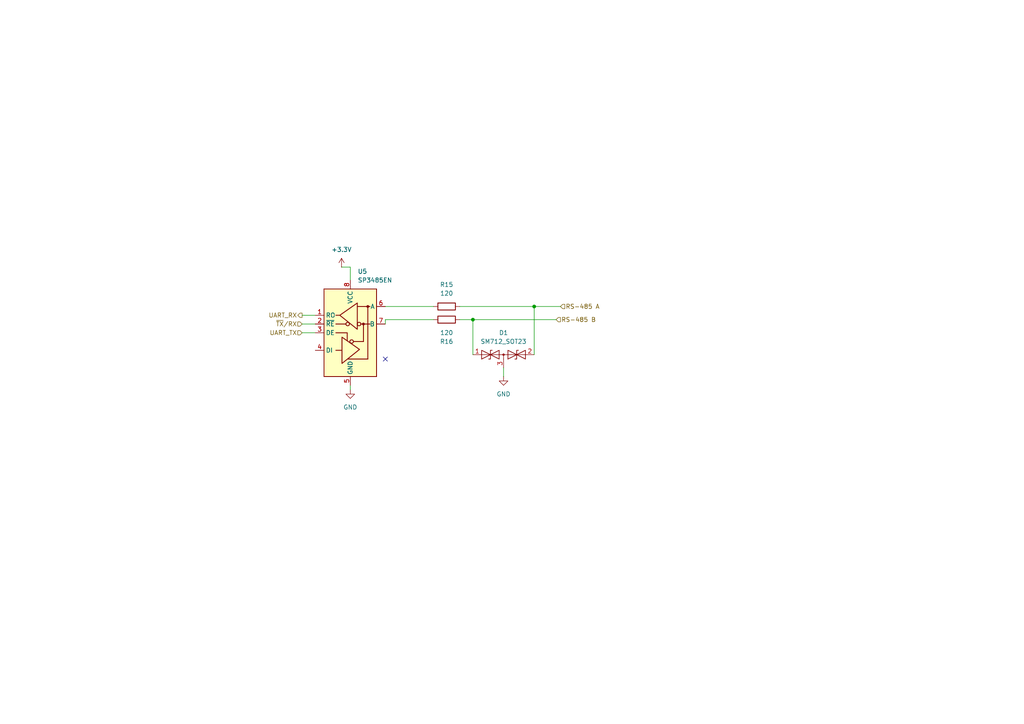
<source format=kicad_sch>
(kicad_sch
	(version 20250114)
	(generator "eeschema")
	(generator_version "9.0")
	(uuid "bbdae37f-9e9c-4405-871e-129524e36cb7")
	(paper "A4")
	(lib_symbols
		(symbol "Device:R"
			(pin_numbers
				(hide yes)
			)
			(pin_names
				(offset 0)
			)
			(exclude_from_sim no)
			(in_bom yes)
			(on_board yes)
			(property "Reference" "R"
				(at 2.032 0 90)
				(effects
					(font
						(size 1.27 1.27)
					)
				)
			)
			(property "Value" "R"
				(at 0 0 90)
				(effects
					(font
						(size 1.27 1.27)
					)
				)
			)
			(property "Footprint" ""
				(at -1.778 0 90)
				(effects
					(font
						(size 1.27 1.27)
					)
					(hide yes)
				)
			)
			(property "Datasheet" "~"
				(at 0 0 0)
				(effects
					(font
						(size 1.27 1.27)
					)
					(hide yes)
				)
			)
			(property "Description" "Resistor"
				(at 0 0 0)
				(effects
					(font
						(size 1.27 1.27)
					)
					(hide yes)
				)
			)
			(property "ki_keywords" "R res resistor"
				(at 0 0 0)
				(effects
					(font
						(size 1.27 1.27)
					)
					(hide yes)
				)
			)
			(property "ki_fp_filters" "R_*"
				(at 0 0 0)
				(effects
					(font
						(size 1.27 1.27)
					)
					(hide yes)
				)
			)
			(symbol "R_0_1"
				(rectangle
					(start -1.016 -2.54)
					(end 1.016 2.54)
					(stroke
						(width 0.254)
						(type default)
					)
					(fill
						(type none)
					)
				)
			)
			(symbol "R_1_1"
				(pin passive line
					(at 0 3.81 270)
					(length 1.27)
					(name "~"
						(effects
							(font
								(size 1.27 1.27)
							)
						)
					)
					(number "1"
						(effects
							(font
								(size 1.27 1.27)
							)
						)
					)
				)
				(pin passive line
					(at 0 -3.81 90)
					(length 1.27)
					(name "~"
						(effects
							(font
								(size 1.27 1.27)
							)
						)
					)
					(number "2"
						(effects
							(font
								(size 1.27 1.27)
							)
						)
					)
				)
			)
			(embedded_fonts no)
		)
		(symbol "Diode:SM712_SOT23"
			(pin_names
				(offset 1.016)
				(hide yes)
			)
			(exclude_from_sim no)
			(in_bom yes)
			(on_board yes)
			(property "Reference" "D"
				(at 0 4.445 0)
				(effects
					(font
						(size 1.27 1.27)
					)
				)
			)
			(property "Value" "SM712_SOT23"
				(at 0 2.54 0)
				(effects
					(font
						(size 1.27 1.27)
					)
				)
			)
			(property "Footprint" "Package_TO_SOT_SMD:SOT-23"
				(at 0 -8.89 0)
				(effects
					(font
						(size 1.27 1.27)
					)
					(hide yes)
				)
			)
			(property "Datasheet" "https://www.littelfuse.com/~/media/electronics/datasheets/tvs_diode_arrays/littelfuse_tvs_diode_array_sm712_datasheet.pdf.pdf"
				(at -3.81 0 0)
				(effects
					(font
						(size 1.27 1.27)
					)
					(hide yes)
				)
			)
			(property "Description" "7V/12V, 600W Asymmetrical TVS Diode Array, SOT-23"
				(at 0 0 0)
				(effects
					(font
						(size 1.27 1.27)
					)
					(hide yes)
				)
			)
			(property "ki_keywords" "transient voltage suppressor thyrector transil"
				(at 0 0 0)
				(effects
					(font
						(size 1.27 1.27)
					)
					(hide yes)
				)
			)
			(property "ki_fp_filters" "SOT?23*"
				(at 0 0 0)
				(effects
					(font
						(size 1.27 1.27)
					)
					(hide yes)
				)
			)
			(symbol "SM712_SOT23_0_0"
				(polyline
					(pts
						(xy 0 -1.27) (xy 0 0)
					)
					(stroke
						(width 0)
						(type default)
					)
					(fill
						(type none)
					)
				)
			)
			(symbol "SM712_SOT23_0_1"
				(polyline
					(pts
						(xy -6.35 0) (xy 6.35 0)
					)
					(stroke
						(width 0)
						(type default)
					)
					(fill
						(type none)
					)
				)
				(polyline
					(pts
						(xy -6.35 -1.27) (xy -1.27 1.27) (xy -1.27 -1.27) (xy -6.35 1.27) (xy -6.35 -1.27)
					)
					(stroke
						(width 0.2032)
						(type default)
					)
					(fill
						(type none)
					)
				)
				(polyline
					(pts
						(xy -3.302 1.27) (xy -3.81 1.27) (xy -3.81 -1.27) (xy -4.318 -1.27)
					)
					(stroke
						(width 0.2032)
						(type default)
					)
					(fill
						(type none)
					)
				)
				(circle
					(center 0 0)
					(radius 0.254)
					(stroke
						(width 0)
						(type default)
					)
					(fill
						(type outline)
					)
				)
				(polyline
					(pts
						(xy 1.27 -1.27) (xy 1.27 1.27) (xy 6.35 -1.27) (xy 6.35 1.27) (xy 1.27 -1.27)
					)
					(stroke
						(width 0.2032)
						(type default)
					)
					(fill
						(type none)
					)
				)
				(polyline
					(pts
						(xy 4.318 1.27) (xy 3.81 1.27) (xy 3.81 -1.27) (xy 3.302 -1.27)
					)
					(stroke
						(width 0.2032)
						(type default)
					)
					(fill
						(type none)
					)
				)
			)
			(symbol "SM712_SOT23_1_1"
				(pin passive line
					(at -8.89 0 0)
					(length 2.54)
					(name "A1"
						(effects
							(font
								(size 1.27 1.27)
							)
						)
					)
					(number "1"
						(effects
							(font
								(size 1.27 1.27)
							)
						)
					)
				)
				(pin input line
					(at 0 -3.81 90)
					(length 2.54)
					(name "common"
						(effects
							(font
								(size 1.27 1.27)
							)
						)
					)
					(number "3"
						(effects
							(font
								(size 1.27 1.27)
							)
						)
					)
				)
				(pin passive line
					(at 8.89 0 180)
					(length 2.54)
					(name "A2"
						(effects
							(font
								(size 1.27 1.27)
							)
						)
					)
					(number "2"
						(effects
							(font
								(size 1.27 1.27)
							)
						)
					)
				)
			)
			(embedded_fonts no)
		)
		(symbol "Interface_UART:SP3485EN"
			(exclude_from_sim no)
			(in_bom yes)
			(on_board yes)
			(property "Reference" "U"
				(at -7.62 13.97 0)
				(effects
					(font
						(size 1.27 1.27)
					)
					(justify left)
				)
			)
			(property "Value" "SP3485EN"
				(at 1.905 13.97 0)
				(effects
					(font
						(size 1.27 1.27)
					)
					(justify left)
				)
			)
			(property "Footprint" "Package_SO:SOIC-8_3.9x4.9mm_P1.27mm"
				(at 26.67 -8.89 0)
				(effects
					(font
						(size 1.27 1.27)
						(italic yes)
					)
					(hide yes)
				)
			)
			(property "Datasheet" "http://www.icbase.com/pdf/SPX/SPX00480106.pdf"
				(at 0 0 0)
				(effects
					(font
						(size 1.27 1.27)
					)
					(hide yes)
				)
			)
			(property "Description" "Industrial 3.3V Low Power Half-Duplex RS-485 Transceiver 10Mbps, SOIC-8"
				(at 0 0 0)
				(effects
					(font
						(size 1.27 1.27)
					)
					(hide yes)
				)
			)
			(property "ki_keywords" "Low Power Half-Duplex RS-485 Transceiver 10Mbps"
				(at 0 0 0)
				(effects
					(font
						(size 1.27 1.27)
					)
					(hide yes)
				)
			)
			(property "ki_fp_filters" "SOIC*3.9x4.9mm*P1.27mm*"
				(at 0 0 0)
				(effects
					(font
						(size 1.27 1.27)
					)
					(hide yes)
				)
			)
			(symbol "SP3485EN_0_1"
				(rectangle
					(start -7.62 12.7)
					(end 7.62 -12.7)
					(stroke
						(width 0.254)
						(type default)
					)
					(fill
						(type background)
					)
				)
				(polyline
					(pts
						(xy -4.191 2.54) (xy -1.27 2.54)
					)
					(stroke
						(width 0.254)
						(type default)
					)
					(fill
						(type none)
					)
				)
				(polyline
					(pts
						(xy -4.191 0) (xy -0.889 0) (xy -0.889 -2.286)
					)
					(stroke
						(width 0.254)
						(type default)
					)
					(fill
						(type none)
					)
				)
				(polyline
					(pts
						(xy -3.175 5.08) (xy -4.191 5.08) (xy -4.064 5.08)
					)
					(stroke
						(width 0.254)
						(type default)
					)
					(fill
						(type none)
					)
				)
				(polyline
					(pts
						(xy -2.54 -5.08) (xy -4.191 -5.08)
					)
					(stroke
						(width 0.254)
						(type default)
					)
					(fill
						(type none)
					)
				)
				(polyline
					(pts
						(xy -2.413 -5.08) (xy -2.413 -1.27) (xy 2.667 -4.826) (xy -2.413 -8.89) (xy -2.413 -5.08)
					)
					(stroke
						(width 0.254)
						(type default)
					)
					(fill
						(type none)
					)
				)
				(polyline
					(pts
						(xy -0.635 -7.62) (xy 5.08 -7.62)
					)
					(stroke
						(width 0.254)
						(type default)
					)
					(fill
						(type none)
					)
				)
				(circle
					(center 0.381 -2.54)
					(radius 0.508)
					(stroke
						(width 0.254)
						(type default)
					)
					(fill
						(type none)
					)
				)
				(polyline
					(pts
						(xy 0.889 -2.54) (xy 3.81 -2.54)
					)
					(stroke
						(width 0.254)
						(type default)
					)
					(fill
						(type none)
					)
				)
				(polyline
					(pts
						(xy 2.032 7.62) (xy 5.715 7.62)
					)
					(stroke
						(width 0.254)
						(type default)
					)
					(fill
						(type none)
					)
				)
				(polyline
					(pts
						(xy 3.048 2.54) (xy 5.715 2.54)
					)
					(stroke
						(width 0.254)
						(type default)
					)
					(fill
						(type none)
					)
				)
				(circle
					(center 3.81 2.54)
					(radius 0.2794)
					(stroke
						(width 0.254)
						(type default)
					)
					(fill
						(type outline)
					)
				)
				(polyline
					(pts
						(xy 3.81 -2.54) (xy 3.81 2.54)
					)
					(stroke
						(width 0.254)
						(type default)
					)
					(fill
						(type none)
					)
				)
				(polyline
					(pts
						(xy 5.08 -7.62) (xy 5.08 7.62)
					)
					(stroke
						(width 0.254)
						(type default)
					)
					(fill
						(type none)
					)
				)
			)
			(symbol "SP3485EN_1_1"
				(circle
					(center -0.762 2.54)
					(radius 0.508)
					(stroke
						(width 0.254)
						(type default)
					)
					(fill
						(type none)
					)
				)
				(polyline
					(pts
						(xy 2.032 4.826) (xy 2.032 8.636) (xy -3.048 5.08) (xy 2.032 1.016) (xy 2.032 4.826)
					)
					(stroke
						(width 0.254)
						(type default)
					)
					(fill
						(type none)
					)
				)
				(circle
					(center 2.54 2.54)
					(radius 0.508)
					(stroke
						(width 0.254)
						(type default)
					)
					(fill
						(type none)
					)
				)
				(circle
					(center 5.08 7.62)
					(radius 0.2794)
					(stroke
						(width 0.254)
						(type default)
					)
					(fill
						(type outline)
					)
				)
				(pin output line
					(at -10.16 5.08 0)
					(length 2.54)
					(name "RO"
						(effects
							(font
								(size 1.27 1.27)
							)
						)
					)
					(number "1"
						(effects
							(font
								(size 1.27 1.27)
							)
						)
					)
				)
				(pin input line
					(at -10.16 2.54 0)
					(length 2.54)
					(name "~{RE}"
						(effects
							(font
								(size 1.27 1.27)
							)
						)
					)
					(number "2"
						(effects
							(font
								(size 1.27 1.27)
							)
						)
					)
				)
				(pin input line
					(at -10.16 0 0)
					(length 2.54)
					(name "DE"
						(effects
							(font
								(size 1.27 1.27)
							)
						)
					)
					(number "3"
						(effects
							(font
								(size 1.27 1.27)
							)
						)
					)
				)
				(pin input line
					(at -10.16 -5.08 0)
					(length 2.54)
					(name "DI"
						(effects
							(font
								(size 1.27 1.27)
							)
						)
					)
					(number "4"
						(effects
							(font
								(size 1.27 1.27)
							)
						)
					)
				)
				(pin power_in line
					(at 0 15.24 270)
					(length 2.54)
					(name "VCC"
						(effects
							(font
								(size 1.27 1.27)
							)
						)
					)
					(number "8"
						(effects
							(font
								(size 1.27 1.27)
							)
						)
					)
				)
				(pin power_in line
					(at 0 -15.24 90)
					(length 2.54)
					(name "GND"
						(effects
							(font
								(size 1.27 1.27)
							)
						)
					)
					(number "5"
						(effects
							(font
								(size 1.27 1.27)
							)
						)
					)
				)
				(pin bidirectional line
					(at 10.16 7.62 180)
					(length 2.54)
					(name "A"
						(effects
							(font
								(size 1.27 1.27)
							)
						)
					)
					(number "6"
						(effects
							(font
								(size 1.27 1.27)
							)
						)
					)
				)
				(pin bidirectional line
					(at 10.16 2.54 180)
					(length 2.54)
					(name "B"
						(effects
							(font
								(size 1.27 1.27)
							)
						)
					)
					(number "7"
						(effects
							(font
								(size 1.27 1.27)
							)
						)
					)
				)
			)
			(embedded_fonts no)
		)
		(symbol "power:+3.3V"
			(power)
			(pin_numbers
				(hide yes)
			)
			(pin_names
				(offset 0)
				(hide yes)
			)
			(exclude_from_sim no)
			(in_bom yes)
			(on_board yes)
			(property "Reference" "#PWR"
				(at 0 -3.81 0)
				(effects
					(font
						(size 1.27 1.27)
					)
					(hide yes)
				)
			)
			(property "Value" "+3.3V"
				(at 0 3.556 0)
				(effects
					(font
						(size 1.27 1.27)
					)
				)
			)
			(property "Footprint" ""
				(at 0 0 0)
				(effects
					(font
						(size 1.27 1.27)
					)
					(hide yes)
				)
			)
			(property "Datasheet" ""
				(at 0 0 0)
				(effects
					(font
						(size 1.27 1.27)
					)
					(hide yes)
				)
			)
			(property "Description" "Power symbol creates a global label with name \"+3.3V\""
				(at 0 0 0)
				(effects
					(font
						(size 1.27 1.27)
					)
					(hide yes)
				)
			)
			(property "ki_keywords" "global power"
				(at 0 0 0)
				(effects
					(font
						(size 1.27 1.27)
					)
					(hide yes)
				)
			)
			(symbol "+3.3V_0_1"
				(polyline
					(pts
						(xy -0.762 1.27) (xy 0 2.54)
					)
					(stroke
						(width 0)
						(type default)
					)
					(fill
						(type none)
					)
				)
				(polyline
					(pts
						(xy 0 2.54) (xy 0.762 1.27)
					)
					(stroke
						(width 0)
						(type default)
					)
					(fill
						(type none)
					)
				)
				(polyline
					(pts
						(xy 0 0) (xy 0 2.54)
					)
					(stroke
						(width 0)
						(type default)
					)
					(fill
						(type none)
					)
				)
			)
			(symbol "+3.3V_1_1"
				(pin power_in line
					(at 0 0 90)
					(length 0)
					(name "~"
						(effects
							(font
								(size 1.27 1.27)
							)
						)
					)
					(number "1"
						(effects
							(font
								(size 1.27 1.27)
							)
						)
					)
				)
			)
			(embedded_fonts no)
		)
		(symbol "power:GND"
			(power)
			(pin_numbers
				(hide yes)
			)
			(pin_names
				(offset 0)
				(hide yes)
			)
			(exclude_from_sim no)
			(in_bom yes)
			(on_board yes)
			(property "Reference" "#PWR"
				(at 0 -6.35 0)
				(effects
					(font
						(size 1.27 1.27)
					)
					(hide yes)
				)
			)
			(property "Value" "GND"
				(at 0 -3.81 0)
				(effects
					(font
						(size 1.27 1.27)
					)
				)
			)
			(property "Footprint" ""
				(at 0 0 0)
				(effects
					(font
						(size 1.27 1.27)
					)
					(hide yes)
				)
			)
			(property "Datasheet" ""
				(at 0 0 0)
				(effects
					(font
						(size 1.27 1.27)
					)
					(hide yes)
				)
			)
			(property "Description" "Power symbol creates a global label with name \"GND\" , ground"
				(at 0 0 0)
				(effects
					(font
						(size 1.27 1.27)
					)
					(hide yes)
				)
			)
			(property "ki_keywords" "global power"
				(at 0 0 0)
				(effects
					(font
						(size 1.27 1.27)
					)
					(hide yes)
				)
			)
			(symbol "GND_0_1"
				(polyline
					(pts
						(xy 0 0) (xy 0 -1.27) (xy 1.27 -1.27) (xy 0 -2.54) (xy -1.27 -1.27) (xy 0 -1.27)
					)
					(stroke
						(width 0)
						(type default)
					)
					(fill
						(type none)
					)
				)
			)
			(symbol "GND_1_1"
				(pin power_in line
					(at 0 0 270)
					(length 0)
					(name "~"
						(effects
							(font
								(size 1.27 1.27)
							)
						)
					)
					(number "1"
						(effects
							(font
								(size 1.27 1.27)
							)
						)
					)
				)
			)
			(embedded_fonts no)
		)
	)
	(junction
		(at 137.16 92.71)
		(diameter 0)
		(color 0 0 0 0)
		(uuid "249de543-308d-407f-af6b-e625503e0049")
	)
	(junction
		(at 154.94 88.9)
		(diameter 0)
		(color 0 0 0 0)
		(uuid "a8d5ffd5-0f18-4c68-9ab1-ffc2549e54eb")
	)
	(no_connect
		(at 111.76 104.14)
		(uuid "e988601a-110a-4bb0-9053-d2d88c863642")
	)
	(wire
		(pts
			(xy 154.94 88.9) (xy 154.94 102.87)
		)
		(stroke
			(width 0)
			(type default)
		)
		(uuid "09c5227c-adde-431c-b117-0812c0e0dc3c")
	)
	(wire
		(pts
			(xy 101.6 111.76) (xy 101.6 113.03)
		)
		(stroke
			(width 0)
			(type default)
		)
		(uuid "0a3fc568-5951-4a05-8642-bd12354bc91d")
	)
	(wire
		(pts
			(xy 99.06 77.47) (xy 101.6 77.47)
		)
		(stroke
			(width 0)
			(type default)
		)
		(uuid "1140ccd3-ff66-4cb8-b95e-fe0b285cbd7a")
	)
	(wire
		(pts
			(xy 154.94 88.9) (xy 162.56 88.9)
		)
		(stroke
			(width 0)
			(type default)
		)
		(uuid "212e0327-b2eb-44ab-bbe7-8b72bd7a8a44")
	)
	(wire
		(pts
			(xy 87.63 93.98) (xy 91.44 93.98)
		)
		(stroke
			(width 0)
			(type default)
		)
		(uuid "34828533-be4a-44a7-8078-153edc0ecc77")
	)
	(wire
		(pts
			(xy 111.76 92.71) (xy 125.73 92.71)
		)
		(stroke
			(width 0)
			(type default)
		)
		(uuid "3c1054fc-f3cc-4c4a-990e-c044847c2c52")
	)
	(wire
		(pts
			(xy 137.16 92.71) (xy 161.29 92.71)
		)
		(stroke
			(width 0)
			(type default)
		)
		(uuid "74864977-eaa3-4ffe-9db9-20f9152e5a4f")
	)
	(wire
		(pts
			(xy 146.05 106.68) (xy 146.05 109.22)
		)
		(stroke
			(width 0)
			(type default)
		)
		(uuid "930fc1f0-b08d-4ac4-8666-f6e8ada1cb39")
	)
	(wire
		(pts
			(xy 87.63 96.52) (xy 91.44 96.52)
		)
		(stroke
			(width 0)
			(type default)
		)
		(uuid "97e79636-af28-4bc0-acec-48eaea8eb6a0")
	)
	(wire
		(pts
			(xy 101.6 77.47) (xy 101.6 81.28)
		)
		(stroke
			(width 0)
			(type default)
		)
		(uuid "9f578111-dafd-46bb-97a6-ca5c950d2ac2")
	)
	(wire
		(pts
			(xy 137.16 92.71) (xy 137.16 102.87)
		)
		(stroke
			(width 0)
			(type default)
		)
		(uuid "b476dc46-d0ca-422b-a043-e07a498b078a")
	)
	(wire
		(pts
			(xy 133.35 88.9) (xy 154.94 88.9)
		)
		(stroke
			(width 0)
			(type default)
		)
		(uuid "bce1c2a4-a1f3-45dc-a7ee-7fa4b6ae6ccf")
	)
	(wire
		(pts
			(xy 111.76 92.71) (xy 111.76 93.98)
		)
		(stroke
			(width 0)
			(type default)
		)
		(uuid "c573b1d8-7dcf-44b4-93df-9df1f784c06f")
	)
	(wire
		(pts
			(xy 111.76 88.9) (xy 125.73 88.9)
		)
		(stroke
			(width 0)
			(type default)
		)
		(uuid "dc0e537a-f84b-468b-a16f-adeb88a089d5")
	)
	(wire
		(pts
			(xy 133.35 92.71) (xy 137.16 92.71)
		)
		(stroke
			(width 0)
			(type default)
		)
		(uuid "fd7208ab-d935-4edf-b7f1-9db088d5cea8")
	)
	(wire
		(pts
			(xy 87.63 91.44) (xy 91.44 91.44)
		)
		(stroke
			(width 0)
			(type default)
		)
		(uuid "ff018ae5-a44b-41d1-991d-3018dbeb043c")
	)
	(hierarchical_label "~{TX}{slash}RX"
		(shape input)
		(at 87.63 93.98 180)
		(effects
			(font
				(size 1.27 1.27)
			)
			(justify right)
		)
		(uuid "09362cd6-6bf2-4ea2-940c-ba51c94bfa35")
	)
	(hierarchical_label "RS-485 A"
		(shape input)
		(at 162.56 88.9 0)
		(effects
			(font
				(size 1.27 1.27)
			)
			(justify left)
		)
		(uuid "29889c78-d8ca-48e6-acd2-4054acef3284")
	)
	(hierarchical_label "RS-485 B"
		(shape input)
		(at 161.29 92.71 0)
		(effects
			(font
				(size 1.27 1.27)
			)
			(justify left)
		)
		(uuid "626c6bc6-f1c5-4998-a925-84f4f48fe492")
	)
	(hierarchical_label "UART_TX"
		(shape input)
		(at 87.63 96.52 180)
		(effects
			(font
				(size 1.27 1.27)
			)
			(justify right)
		)
		(uuid "6c0156af-b63b-4422-bebe-353881095a76")
	)
	(hierarchical_label "UART_RX"
		(shape output)
		(at 87.63 91.44 180)
		(effects
			(font
				(size 1.27 1.27)
			)
			(justify right)
		)
		(uuid "99df1244-0962-41ac-8b31-ce66c3893f23")
	)
	(symbol
		(lib_id "power:GND")
		(at 101.6 113.03 0)
		(unit 1)
		(exclude_from_sim no)
		(in_bom yes)
		(on_board yes)
		(dnp no)
		(fields_autoplaced yes)
		(uuid "0375b851-b1ff-42cc-892f-e9a474cb14b1")
		(property "Reference" "#PWR039"
			(at 101.6 119.38 0)
			(effects
				(font
					(size 1.27 1.27)
				)
				(hide yes)
			)
		)
		(property "Value" "GND"
			(at 101.6 118.11 0)
			(effects
				(font
					(size 1.27 1.27)
				)
			)
		)
		(property "Footprint" ""
			(at 101.6 113.03 0)
			(effects
				(font
					(size 1.27 1.27)
				)
				(hide yes)
			)
		)
		(property "Datasheet" ""
			(at 101.6 113.03 0)
			(effects
				(font
					(size 1.27 1.27)
				)
				(hide yes)
			)
		)
		(property "Description" "Power symbol creates a global label with name \"GND\" , ground"
			(at 101.6 113.03 0)
			(effects
				(font
					(size 1.27 1.27)
				)
				(hide yes)
			)
		)
		(pin "1"
			(uuid "434065af-173d-4b00-afbe-67fe1a2927cd")
		)
		(instances
			(project "PCB PICHARDO"
				(path "/a0ccc1c3-98b7-44b4-a982-09e3bf693e4b/78291816-8ba1-49cf-9609-e1c359225404/529ec71e-0377-4f14-a943-643d2b9fdbc1"
					(reference "#PWR039")
					(unit 1)
				)
			)
		)
	)
	(symbol
		(lib_id "Device:R")
		(at 129.54 88.9 90)
		(unit 1)
		(exclude_from_sim no)
		(in_bom yes)
		(on_board yes)
		(dnp no)
		(fields_autoplaced yes)
		(uuid "079a3814-b3db-4b43-8cfb-6ba794be0c93")
		(property "Reference" "R15"
			(at 129.54 82.55 90)
			(effects
				(font
					(size 1.27 1.27)
				)
			)
		)
		(property "Value" "120"
			(at 129.54 85.09 90)
			(effects
				(font
					(size 1.27 1.27)
				)
			)
		)
		(property "Footprint" "Resistor_SMD:R_0603_1608Metric"
			(at 129.54 90.678 90)
			(effects
				(font
					(size 1.27 1.27)
				)
				(hide yes)
			)
		)
		(property "Datasheet" "~"
			(at 129.54 88.9 0)
			(effects
				(font
					(size 1.27 1.27)
				)
				(hide yes)
			)
		)
		(property "Description" "Resistor"
			(at 129.54 88.9 0)
			(effects
				(font
					(size 1.27 1.27)
				)
				(hide yes)
			)
		)
		(pin "1"
			(uuid "b0d731c4-0639-40c1-81e2-eb9b9e8815db")
		)
		(pin "2"
			(uuid "046ee995-96a5-4ab5-b3a4-86d1f71390cb")
		)
		(instances
			(project "PCB PICHARDO"
				(path "/a0ccc1c3-98b7-44b4-a982-09e3bf693e4b/78291816-8ba1-49cf-9609-e1c359225404/529ec71e-0377-4f14-a943-643d2b9fdbc1"
					(reference "R15")
					(unit 1)
				)
			)
		)
	)
	(symbol
		(lib_id "Diode:SM712_SOT23")
		(at 146.05 102.87 0)
		(unit 1)
		(exclude_from_sim no)
		(in_bom yes)
		(on_board yes)
		(dnp no)
		(fields_autoplaced yes)
		(uuid "6fde49b7-df7d-4abc-b65a-ed035397880f")
		(property "Reference" "D1"
			(at 146.05 96.52 0)
			(effects
				(font
					(size 1.27 1.27)
				)
			)
		)
		(property "Value" "SM712_SOT23"
			(at 146.05 99.06 0)
			(effects
				(font
					(size 1.27 1.27)
				)
			)
		)
		(property "Footprint" "Package_TO_SOT_SMD:SOT-23"
			(at 146.05 111.76 0)
			(effects
				(font
					(size 1.27 1.27)
				)
				(hide yes)
			)
		)
		(property "Datasheet" "https://www.littelfuse.com/~/media/electronics/datasheets/tvs_diode_arrays/littelfuse_tvs_diode_array_sm712_datasheet.pdf.pdf"
			(at 142.24 102.87 0)
			(effects
				(font
					(size 1.27 1.27)
				)
				(hide yes)
			)
		)
		(property "Description" "7V/12V, 600W Asymmetrical TVS Diode Array, SOT-23"
			(at 146.05 102.87 0)
			(effects
				(font
					(size 1.27 1.27)
				)
				(hide yes)
			)
		)
		(pin "2"
			(uuid "05217b97-b996-4262-b113-a5f5eea2ccdc")
		)
		(pin "1"
			(uuid "dc3eabef-7bcc-4813-9c7d-9cb34962dc2f")
		)
		(pin "3"
			(uuid "9c407100-a769-4486-ad76-6a49e2e75586")
		)
		(instances
			(project "PCB PICHARDO"
				(path "/a0ccc1c3-98b7-44b4-a982-09e3bf693e4b/78291816-8ba1-49cf-9609-e1c359225404/529ec71e-0377-4f14-a943-643d2b9fdbc1"
					(reference "D1")
					(unit 1)
				)
			)
		)
	)
	(symbol
		(lib_id "Device:R")
		(at 129.54 92.71 90)
		(mirror x)
		(unit 1)
		(exclude_from_sim no)
		(in_bom yes)
		(on_board yes)
		(dnp no)
		(uuid "8f0a9f59-a5bc-49b1-a382-e75e7a2d5f1f")
		(property "Reference" "R16"
			(at 129.54 99.06 90)
			(effects
				(font
					(size 1.27 1.27)
				)
			)
		)
		(property "Value" "120"
			(at 129.54 96.52 90)
			(effects
				(font
					(size 1.27 1.27)
				)
			)
		)
		(property "Footprint" "Resistor_SMD:R_0603_1608Metric"
			(at 129.54 90.932 90)
			(effects
				(font
					(size 1.27 1.27)
				)
				(hide yes)
			)
		)
		(property "Datasheet" "~"
			(at 129.54 92.71 0)
			(effects
				(font
					(size 1.27 1.27)
				)
				(hide yes)
			)
		)
		(property "Description" "Resistor"
			(at 129.54 92.71 0)
			(effects
				(font
					(size 1.27 1.27)
				)
				(hide yes)
			)
		)
		(pin "1"
			(uuid "8060033a-61fe-44ab-8a49-7e0d4ff31f5e")
		)
		(pin "2"
			(uuid "cf94365b-34fb-48c8-8e6c-9a97701ebf1f")
		)
		(instances
			(project "PCB PICHARDO"
				(path "/a0ccc1c3-98b7-44b4-a982-09e3bf693e4b/78291816-8ba1-49cf-9609-e1c359225404/529ec71e-0377-4f14-a943-643d2b9fdbc1"
					(reference "R16")
					(unit 1)
				)
			)
		)
	)
	(symbol
		(lib_id "power:+3.3V")
		(at 99.06 77.47 0)
		(unit 1)
		(exclude_from_sim no)
		(in_bom yes)
		(on_board yes)
		(dnp no)
		(fields_autoplaced yes)
		(uuid "bdc33729-c98f-481b-a33f-0eb96d072ec8")
		(property "Reference" "#PWR040"
			(at 99.06 81.28 0)
			(effects
				(font
					(size 1.27 1.27)
				)
				(hide yes)
			)
		)
		(property "Value" "+3.3V"
			(at 99.06 72.39 0)
			(effects
				(font
					(size 1.27 1.27)
				)
			)
		)
		(property "Footprint" ""
			(at 99.06 77.47 0)
			(effects
				(font
					(size 1.27 1.27)
				)
				(hide yes)
			)
		)
		(property "Datasheet" ""
			(at 99.06 77.47 0)
			(effects
				(font
					(size 1.27 1.27)
				)
				(hide yes)
			)
		)
		(property "Description" "Power symbol creates a global label with name \"+3.3V\""
			(at 99.06 77.47 0)
			(effects
				(font
					(size 1.27 1.27)
				)
				(hide yes)
			)
		)
		(pin "1"
			(uuid "bccb0630-3bdf-4c07-bb9e-742fdc3a68d5")
		)
		(instances
			(project "PCB PICHARDO"
				(path "/a0ccc1c3-98b7-44b4-a982-09e3bf693e4b/78291816-8ba1-49cf-9609-e1c359225404/529ec71e-0377-4f14-a943-643d2b9fdbc1"
					(reference "#PWR040")
					(unit 1)
				)
			)
		)
	)
	(symbol
		(lib_id "Interface_UART:SP3485EN")
		(at 101.6 96.52 0)
		(unit 1)
		(exclude_from_sim no)
		(in_bom yes)
		(on_board yes)
		(dnp no)
		(fields_autoplaced yes)
		(uuid "f158250e-3051-4b3c-92df-9d4bc9b2dde4")
		(property "Reference" "U5"
			(at 103.7433 78.74 0)
			(effects
				(font
					(size 1.27 1.27)
				)
				(justify left)
			)
		)
		(property "Value" "SP3485EN"
			(at 103.7433 81.28 0)
			(effects
				(font
					(size 1.27 1.27)
				)
				(justify left)
			)
		)
		(property "Footprint" "Package_SO:SOIC-8_3.9x4.9mm_P1.27mm"
			(at 128.27 105.41 0)
			(effects
				(font
					(size 1.27 1.27)
					(italic yes)
				)
				(hide yes)
			)
		)
		(property "Datasheet" "http://www.icbase.com/pdf/SPX/SPX00480106.pdf"
			(at 101.6 96.52 0)
			(effects
				(font
					(size 1.27 1.27)
				)
				(hide yes)
			)
		)
		(property "Description" "Industrial 3.3V Low Power Half-Duplex RS-485 Transceiver 10Mbps, SOIC-8"
			(at 101.6 96.52 0)
			(effects
				(font
					(size 1.27 1.27)
				)
				(hide yes)
			)
		)
		(pin "3"
			(uuid "c3f16f0c-6891-4484-9fe7-b1f4593a89a0")
		)
		(pin "4"
			(uuid "3227dfe4-23f4-4cc6-a2ae-49fe3aab3ab2")
		)
		(pin "7"
			(uuid "92a04b11-9a37-4d10-b40e-f3b6320bf268")
		)
		(pin "2"
			(uuid "6b8bc7bc-7208-4a43-8fe3-d7c8db348a91")
		)
		(pin "5"
			(uuid "78fdc81c-9b00-4f3c-9713-a5eb8c7a2961")
		)
		(pin "8"
			(uuid "c266d72f-af2c-4cb3-8a4e-b8c4d329c97b")
		)
		(pin "6"
			(uuid "eac6280d-e40f-4a2a-b30c-a12278142b09")
		)
		(pin "1"
			(uuid "0c852fe3-f457-4292-847e-6424aaf6b56d")
		)
		(instances
			(project ""
				(path "/a0ccc1c3-98b7-44b4-a982-09e3bf693e4b/78291816-8ba1-49cf-9609-e1c359225404/529ec71e-0377-4f14-a943-643d2b9fdbc1"
					(reference "U5")
					(unit 1)
				)
			)
		)
	)
	(symbol
		(lib_id "power:GND")
		(at 146.05 109.22 0)
		(unit 1)
		(exclude_from_sim no)
		(in_bom yes)
		(on_board yes)
		(dnp no)
		(fields_autoplaced yes)
		(uuid "fb5ae3c2-634d-4b95-8f6d-d83379a5db3f")
		(property "Reference" "#PWR041"
			(at 146.05 115.57 0)
			(effects
				(font
					(size 1.27 1.27)
				)
				(hide yes)
			)
		)
		(property "Value" "GND"
			(at 146.05 114.3 0)
			(effects
				(font
					(size 1.27 1.27)
				)
			)
		)
		(property "Footprint" ""
			(at 146.05 109.22 0)
			(effects
				(font
					(size 1.27 1.27)
				)
				(hide yes)
			)
		)
		(property "Datasheet" ""
			(at 146.05 109.22 0)
			(effects
				(font
					(size 1.27 1.27)
				)
				(hide yes)
			)
		)
		(property "Description" "Power symbol creates a global label with name \"GND\" , ground"
			(at 146.05 109.22 0)
			(effects
				(font
					(size 1.27 1.27)
				)
				(hide yes)
			)
		)
		(pin "1"
			(uuid "c06deeab-1f9e-44fa-9515-70cea071e256")
		)
		(instances
			(project "PCB PICHARDO"
				(path "/a0ccc1c3-98b7-44b4-a982-09e3bf693e4b/78291816-8ba1-49cf-9609-e1c359225404/529ec71e-0377-4f14-a943-643d2b9fdbc1"
					(reference "#PWR041")
					(unit 1)
				)
			)
		)
	)
)

</source>
